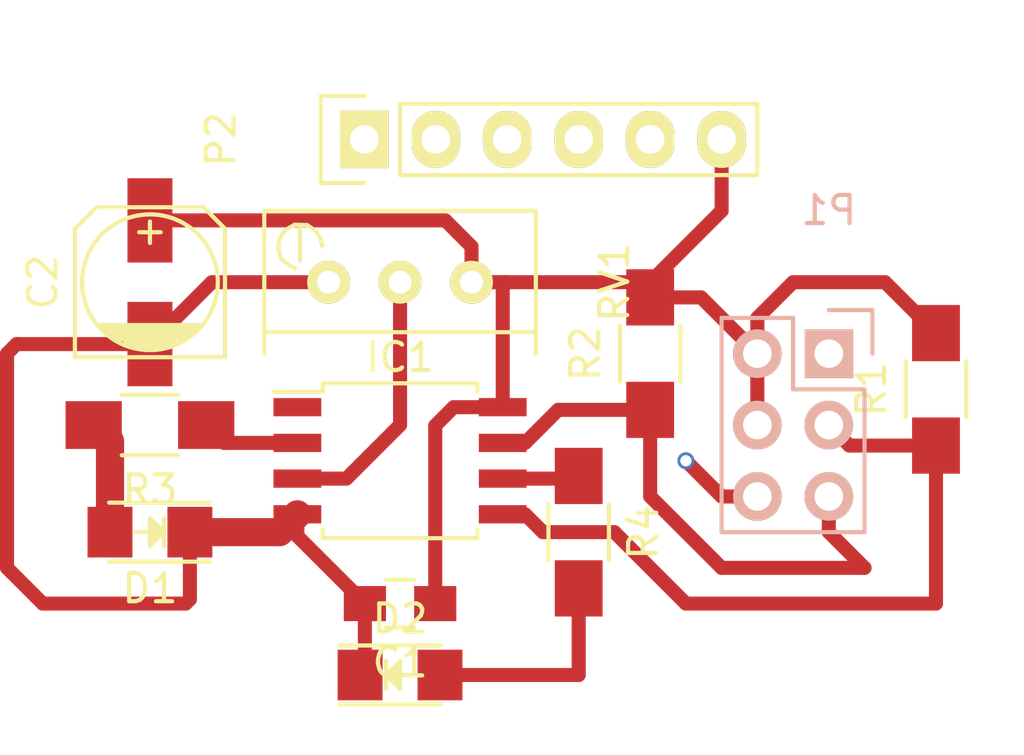
<source format=kicad_pcb>
(kicad_pcb (version 4) (host pcbnew 4.0.1+dfsg1-stable)

  (general
    (links 28)
    (no_connects 6)
    (area 101.149999 24.101666 137.895 51.235)
    (thickness 1.6)
    (drawings 0)
    (tracks 66)
    (zones 0)
    (modules 12)
    (nets 12)
  )

  (page A4)
  (layers
    (0 F.Cu signal)
    (31 B.Cu signal)
    (32 B.Adhes user)
    (33 F.Adhes user)
    (34 B.Paste user)
    (35 F.Paste user)
    (36 B.SilkS user)
    (37 F.SilkS user)
    (38 B.Mask user)
    (39 F.Mask user)
    (40 Dwgs.User user)
    (41 Cmts.User user)
    (42 Eco1.User user)
    (43 Eco2.User user)
    (44 Edge.Cuts user)
    (45 Margin user)
    (46 B.CrtYd user)
    (47 F.CrtYd user)
    (48 B.Fab user)
    (49 F.Fab user)
  )

  (setup
    (last_trace_width 0.5)
    (trace_clearance 0.2)
    (zone_clearance 0.508)
    (zone_45_only no)
    (trace_min 0.2)
    (segment_width 0.2)
    (edge_width 0.15)
    (via_size 0.6)
    (via_drill 0.4)
    (via_min_size 0.4)
    (via_min_drill 0.3)
    (uvia_size 0.3)
    (uvia_drill 0.1)
    (uvias_allowed no)
    (uvia_min_size 0.2)
    (uvia_min_drill 0.1)
    (pcb_text_width 0.3)
    (pcb_text_size 1.5 1.5)
    (mod_edge_width 0.15)
    (mod_text_size 1 1)
    (mod_text_width 0.15)
    (pad_size 2 2)
    (pad_drill 0.8)
    (pad_to_mask_clearance 0.2)
    (aux_axis_origin 0 0)
    (visible_elements FFFFFF7F)
    (pcbplotparams
      (layerselection 0x00000_00000001)
      (usegerberextensions false)
      (excludeedgelayer true)
      (linewidth 0.100000)
      (plotframeref false)
      (viasonmask false)
      (mode 1)
      (useauxorigin false)
      (hpglpennumber 1)
      (hpglpenspeed 20)
      (hpglpendiameter 15)
      (hpglpenoverlay 2)
      (psnegative false)
      (psa4output false)
      (plotreference false)
      (plotvalue false)
      (plotinvisibletext false)
      (padsonsilk false)
      (subtractmaskfromsilk false)
      (outputformat 2)
      (mirror false)
      (drillshape 2)
      (scaleselection 1)
      (outputdirectory /tmp/))
  )

  (net 0 "")
  (net 1 +5V)
  (net 2 GND)
  (net 3 "Net-(D1-Pad2)")
  (net 4 "Net-(D2-Pad2)")
  (net 5 I2C_SDA)
  (net 6 I2C_SCL)
  (net 7 LED1)
  (net 8 LED2)
  (net 9 VREG)
  (net 10 PRG_RST)
  (net 11 "Net-(P1-Pad1)")

  (net_class Default "This is the default net class."
    (clearance 0.2)
    (trace_width 0.5)
    (via_dia 0.6)
    (via_drill 0.4)
    (uvia_dia 0.3)
    (uvia_drill 0.1)
    (add_net +5V)
    (add_net GND)
    (add_net I2C_SCL)
    (add_net I2C_SDA)
    (add_net LED1)
    (add_net LED2)
    (add_net "Net-(D1-Pad2)")
    (add_net "Net-(D2-Pad2)")
    (add_net "Net-(P1-Pad1)")
    (add_net PRG_RST)
    (add_net VREG)
  )

  (module Capacitors_SMD:c_elec_5x5.8 (layer F.Cu) (tedit 55725D48) (tstamp 5AA44DD6)
    (at 106.68 34.29 90)
    (descr "SMT capacitor, aluminium electrolytic, 5x5.8")
    (path /5A9C1294)
    (attr smd)
    (fp_text reference C2 (at 0 -3.81 90) (layer F.SilkS)
      (effects (font (size 1 1) (thickness 0.15)))
    )
    (fp_text value CP_Small (at 0 3.81 90) (layer F.Fab)
      (effects (font (size 1 1) (thickness 0.15)))
    )
    (fp_line (start -3.95 -3) (end 3.95 -3) (layer F.CrtYd) (width 0.05))
    (fp_line (start 3.95 -3) (end 3.95 3) (layer F.CrtYd) (width 0.05))
    (fp_line (start 3.95 3) (end -3.95 3) (layer F.CrtYd) (width 0.05))
    (fp_line (start -3.95 3) (end -3.95 -3) (layer F.CrtYd) (width 0.05))
    (fp_line (start -2.286 -0.635) (end -2.286 0.762) (layer F.SilkS) (width 0.15))
    (fp_line (start -2.159 -0.889) (end -2.159 0.889) (layer F.SilkS) (width 0.15))
    (fp_line (start -2.032 -1.27) (end -2.032 1.27) (layer F.SilkS) (width 0.15))
    (fp_line (start -1.905 1.397) (end -1.905 -1.397) (layer F.SilkS) (width 0.15))
    (fp_line (start -1.778 -1.524) (end -1.778 1.524) (layer F.SilkS) (width 0.15))
    (fp_line (start -1.651 1.651) (end -1.651 -1.651) (layer F.SilkS) (width 0.15))
    (fp_line (start -1.524 -1.778) (end -1.524 1.778) (layer F.SilkS) (width 0.15))
    (fp_line (start -2.667 -2.667) (end 1.905 -2.667) (layer F.SilkS) (width 0.15))
    (fp_line (start 1.905 -2.667) (end 2.667 -1.905) (layer F.SilkS) (width 0.15))
    (fp_line (start 2.667 -1.905) (end 2.667 1.905) (layer F.SilkS) (width 0.15))
    (fp_line (start 2.667 1.905) (end 1.905 2.667) (layer F.SilkS) (width 0.15))
    (fp_line (start 1.905 2.667) (end -2.667 2.667) (layer F.SilkS) (width 0.15))
    (fp_line (start -2.667 2.667) (end -2.667 -2.667) (layer F.SilkS) (width 0.15))
    (fp_line (start 2.159 0) (end 1.397 0) (layer F.SilkS) (width 0.15))
    (fp_line (start 1.778 -0.381) (end 1.778 0.381) (layer F.SilkS) (width 0.15))
    (fp_circle (center 0 0) (end -2.413 0) (layer F.SilkS) (width 0.15))
    (pad 1 smd rect (at 2.19964 0 90) (size 2.99974 1.6002) (layers F.Cu F.Paste F.Mask)
      (net 1 +5V))
    (pad 2 smd rect (at -2.19964 0 90) (size 2.99974 1.6002) (layers F.Cu F.Paste F.Mask)
      (net 2 GND))
    (model Capacitors_SMD.3dshapes/c_elec_5x5.8.wrl
      (at (xyz 0 0 0))
      (scale (xyz 1 1 1))
      (rotate (xyz 0 0 0))
    )
  )

  (module Capacitors_SMD:C_0805_HandSoldering (layer F.Cu) (tedit 541A9B8D) (tstamp 5A9C3145)
    (at 115.57 45.72 180)
    (descr "Capacitor SMD 0805, hand soldering")
    (tags "capacitor 0805")
    (path /5A9C009B)
    (attr smd)
    (fp_text reference C1 (at 0 -2.1 180) (layer F.SilkS)
      (effects (font (size 1 1) (thickness 0.15)))
    )
    (fp_text value C_Small (at 0 2.1 180) (layer F.Fab)
      (effects (font (size 1 1) (thickness 0.15)))
    )
    (fp_line (start -2.3 -1) (end 2.3 -1) (layer F.CrtYd) (width 0.05))
    (fp_line (start -2.3 1) (end 2.3 1) (layer F.CrtYd) (width 0.05))
    (fp_line (start -2.3 -1) (end -2.3 1) (layer F.CrtYd) (width 0.05))
    (fp_line (start 2.3 -1) (end 2.3 1) (layer F.CrtYd) (width 0.05))
    (fp_line (start 0.5 -0.85) (end -0.5 -0.85) (layer F.SilkS) (width 0.15))
    (fp_line (start -0.5 0.85) (end 0.5 0.85) (layer F.SilkS) (width 0.15))
    (pad 1 smd rect (at -1.25 0 180) (size 1.5 1.25) (layers F.Cu F.Paste F.Mask)
      (net 1 +5V))
    (pad 2 smd rect (at 1.25 0 180) (size 1.5 1.25) (layers F.Cu F.Paste F.Mask)
      (net 2 GND))
    (model Capacitors_SMD.3dshapes/C_0805_HandSoldering.wrl
      (at (xyz 0 0 0))
      (scale (xyz 1 1 1))
      (rotate (xyz 0 0 0))
    )
  )

  (module LEDs:LED-1206 (layer F.Cu) (tedit 55BDE2E8) (tstamp 5A9C315B)
    (at 106.68 43.18 180)
    (descr "LED 1206 smd package")
    (tags "LED1206 SMD")
    (path /5A9C0AF0)
    (attr smd)
    (fp_text reference D1 (at 0 -2 180) (layer F.SilkS)
      (effects (font (size 1 1) (thickness 0.15)))
    )
    (fp_text value Led_Small (at 0 2 180) (layer F.Fab)
      (effects (font (size 1 1) (thickness 0.15)))
    )
    (fp_line (start -2.15 1.05) (end 1.45 1.05) (layer F.SilkS) (width 0.15))
    (fp_line (start -2.15 -1.05) (end 1.45 -1.05) (layer F.SilkS) (width 0.15))
    (fp_line (start -0.1 -0.3) (end -0.1 0.3) (layer F.SilkS) (width 0.15))
    (fp_line (start -0.1 0.3) (end -0.4 0) (layer F.SilkS) (width 0.15))
    (fp_line (start -0.4 0) (end -0.2 -0.2) (layer F.SilkS) (width 0.15))
    (fp_line (start -0.2 -0.2) (end -0.2 0.05) (layer F.SilkS) (width 0.15))
    (fp_line (start -0.2 0.05) (end -0.25 0) (layer F.SilkS) (width 0.15))
    (fp_line (start -0.5 -0.5) (end -0.5 0.5) (layer F.SilkS) (width 0.15))
    (fp_line (start 0 0) (end 0.5 0) (layer F.SilkS) (width 0.15))
    (fp_line (start -0.5 0) (end 0 -0.5) (layer F.SilkS) (width 0.15))
    (fp_line (start 0 -0.5) (end 0 0.5) (layer F.SilkS) (width 0.15))
    (fp_line (start 0 0.5) (end -0.5 0) (layer F.SilkS) (width 0.15))
    (fp_line (start 2.5 -1.25) (end -2.5 -1.25) (layer F.CrtYd) (width 0.05))
    (fp_line (start -2.5 -1.25) (end -2.5 1.25) (layer F.CrtYd) (width 0.05))
    (fp_line (start -2.5 1.25) (end 2.5 1.25) (layer F.CrtYd) (width 0.05))
    (fp_line (start 2.5 1.25) (end 2.5 -1.25) (layer F.CrtYd) (width 0.05))
    (pad 2 smd rect (at 1.41986 0) (size 1.59766 1.80086) (layers F.Cu F.Paste F.Mask)
      (net 3 "Net-(D1-Pad2)"))
    (pad 1 smd rect (at -1.41986 0) (size 1.59766 1.80086) (layers F.Cu F.Paste F.Mask)
      (net 2 GND))
  )

  (module LEDs:LED-1206 (layer F.Cu) (tedit 55BDE2E8) (tstamp 5A9C3171)
    (at 115.57 48.26)
    (descr "LED 1206 smd package")
    (tags "LED1206 SMD")
    (path /5A9C106E)
    (attr smd)
    (fp_text reference D2 (at 0 -2) (layer F.SilkS)
      (effects (font (size 1 1) (thickness 0.15)))
    )
    (fp_text value Led_Small (at 0 2) (layer F.Fab)
      (effects (font (size 1 1) (thickness 0.15)))
    )
    (fp_line (start -2.15 1.05) (end 1.45 1.05) (layer F.SilkS) (width 0.15))
    (fp_line (start -2.15 -1.05) (end 1.45 -1.05) (layer F.SilkS) (width 0.15))
    (fp_line (start -0.1 -0.3) (end -0.1 0.3) (layer F.SilkS) (width 0.15))
    (fp_line (start -0.1 0.3) (end -0.4 0) (layer F.SilkS) (width 0.15))
    (fp_line (start -0.4 0) (end -0.2 -0.2) (layer F.SilkS) (width 0.15))
    (fp_line (start -0.2 -0.2) (end -0.2 0.05) (layer F.SilkS) (width 0.15))
    (fp_line (start -0.2 0.05) (end -0.25 0) (layer F.SilkS) (width 0.15))
    (fp_line (start -0.5 -0.5) (end -0.5 0.5) (layer F.SilkS) (width 0.15))
    (fp_line (start 0 0) (end 0.5 0) (layer F.SilkS) (width 0.15))
    (fp_line (start -0.5 0) (end 0 -0.5) (layer F.SilkS) (width 0.15))
    (fp_line (start 0 -0.5) (end 0 0.5) (layer F.SilkS) (width 0.15))
    (fp_line (start 0 0.5) (end -0.5 0) (layer F.SilkS) (width 0.15))
    (fp_line (start 2.5 -1.25) (end -2.5 -1.25) (layer F.CrtYd) (width 0.05))
    (fp_line (start -2.5 -1.25) (end -2.5 1.25) (layer F.CrtYd) (width 0.05))
    (fp_line (start -2.5 1.25) (end 2.5 1.25) (layer F.CrtYd) (width 0.05))
    (fp_line (start 2.5 1.25) (end 2.5 -1.25) (layer F.CrtYd) (width 0.05))
    (pad 2 smd rect (at 1.41986 0 180) (size 1.59766 1.80086) (layers F.Cu F.Paste F.Mask)
      (net 4 "Net-(D2-Pad2)"))
    (pad 1 smd rect (at -1.41986 0 180) (size 1.59766 1.80086) (layers F.Cu F.Paste F.Mask)
      (net 2 GND))
  )

  (module Resistors_SMD:R_1206_HandSoldering (layer F.Cu) (tedit 5418A20D) (tstamp 5A9C317D)
    (at 134.62 38.1 90)
    (descr "Resistor SMD 1206, hand soldering")
    (tags "resistor 1206")
    (path /5A9C022C)
    (attr smd)
    (fp_text reference R1 (at 0 -2.3 90) (layer F.SilkS)
      (effects (font (size 1 1) (thickness 0.15)))
    )
    (fp_text value R (at 0 2.3 90) (layer F.Fab)
      (effects (font (size 1 1) (thickness 0.15)))
    )
    (fp_line (start -3.3 -1.2) (end 3.3 -1.2) (layer F.CrtYd) (width 0.05))
    (fp_line (start -3.3 1.2) (end 3.3 1.2) (layer F.CrtYd) (width 0.05))
    (fp_line (start -3.3 -1.2) (end -3.3 1.2) (layer F.CrtYd) (width 0.05))
    (fp_line (start 3.3 -1.2) (end 3.3 1.2) (layer F.CrtYd) (width 0.05))
    (fp_line (start 1 1.075) (end -1 1.075) (layer F.SilkS) (width 0.15))
    (fp_line (start -1 -1.075) (end 1 -1.075) (layer F.SilkS) (width 0.15))
    (pad 1 smd rect (at -2 0 90) (size 2 1.7) (layers F.Cu F.Paste F.Mask)
      (net 5 I2C_SDA))
    (pad 2 smd rect (at 2 0 90) (size 2 1.7) (layers F.Cu F.Paste F.Mask)
      (net 1 +5V))
    (model Resistors_SMD.3dshapes/R_1206_HandSoldering.wrl
      (at (xyz 0 0 0))
      (scale (xyz 1 1 1))
      (rotate (xyz 0 0 0))
    )
  )

  (module Resistors_SMD:R_1206_HandSoldering (layer F.Cu) (tedit 5418A20D) (tstamp 5A9C3189)
    (at 124.46 36.83 90)
    (descr "Resistor SMD 1206, hand soldering")
    (tags "resistor 1206")
    (path /5A9C02B2)
    (attr smd)
    (fp_text reference R2 (at 0 -2.3 90) (layer F.SilkS)
      (effects (font (size 1 1) (thickness 0.15)))
    )
    (fp_text value R (at 0 2.3 90) (layer F.Fab)
      (effects (font (size 1 1) (thickness 0.15)))
    )
    (fp_line (start -3.3 -1.2) (end 3.3 -1.2) (layer F.CrtYd) (width 0.05))
    (fp_line (start -3.3 1.2) (end 3.3 1.2) (layer F.CrtYd) (width 0.05))
    (fp_line (start -3.3 -1.2) (end -3.3 1.2) (layer F.CrtYd) (width 0.05))
    (fp_line (start 3.3 -1.2) (end 3.3 1.2) (layer F.CrtYd) (width 0.05))
    (fp_line (start 1 1.075) (end -1 1.075) (layer F.SilkS) (width 0.15))
    (fp_line (start -1 -1.075) (end 1 -1.075) (layer F.SilkS) (width 0.15))
    (pad 1 smd rect (at -2 0 90) (size 2 1.7) (layers F.Cu F.Paste F.Mask)
      (net 6 I2C_SCL))
    (pad 2 smd rect (at 2 0 90) (size 2 1.7) (layers F.Cu F.Paste F.Mask)
      (net 1 +5V))
    (model Resistors_SMD.3dshapes/R_1206_HandSoldering.wrl
      (at (xyz 0 0 0))
      (scale (xyz 1 1 1))
      (rotate (xyz 0 0 0))
    )
  )

  (module Resistors_SMD:R_1206_HandSoldering (layer F.Cu) (tedit 5418A20D) (tstamp 5A9C3195)
    (at 106.68 39.37 180)
    (descr "Resistor SMD 1206, hand soldering")
    (tags "resistor 1206")
    (path /5A9C0CAC)
    (attr smd)
    (fp_text reference R3 (at 0 -2.3 180) (layer F.SilkS)
      (effects (font (size 1 1) (thickness 0.15)))
    )
    (fp_text value R (at 0 2.3 180) (layer F.Fab)
      (effects (font (size 1 1) (thickness 0.15)))
    )
    (fp_line (start -3.3 -1.2) (end 3.3 -1.2) (layer F.CrtYd) (width 0.05))
    (fp_line (start -3.3 1.2) (end 3.3 1.2) (layer F.CrtYd) (width 0.05))
    (fp_line (start -3.3 -1.2) (end -3.3 1.2) (layer F.CrtYd) (width 0.05))
    (fp_line (start 3.3 -1.2) (end 3.3 1.2) (layer F.CrtYd) (width 0.05))
    (fp_line (start 1 1.075) (end -1 1.075) (layer F.SilkS) (width 0.15))
    (fp_line (start -1 -1.075) (end 1 -1.075) (layer F.SilkS) (width 0.15))
    (pad 1 smd rect (at -2 0 180) (size 2 1.7) (layers F.Cu F.Paste F.Mask)
      (net 7 LED1))
    (pad 2 smd rect (at 2 0 180) (size 2 1.7) (layers F.Cu F.Paste F.Mask)
      (net 3 "Net-(D1-Pad2)"))
    (model Resistors_SMD.3dshapes/R_1206_HandSoldering.wrl
      (at (xyz 0 0 0))
      (scale (xyz 1 1 1))
      (rotate (xyz 0 0 0))
    )
  )

  (module Resistors_SMD:R_1206_HandSoldering (layer F.Cu) (tedit 5418A20D) (tstamp 5A9C31A1)
    (at 121.92 43.18 270)
    (descr "Resistor SMD 1206, hand soldering")
    (tags "resistor 1206")
    (path /5A9C1074)
    (attr smd)
    (fp_text reference R4 (at 0 -2.3 270) (layer F.SilkS)
      (effects (font (size 1 1) (thickness 0.15)))
    )
    (fp_text value R (at 0 2.3 270) (layer F.Fab)
      (effects (font (size 1 1) (thickness 0.15)))
    )
    (fp_line (start -3.3 -1.2) (end 3.3 -1.2) (layer F.CrtYd) (width 0.05))
    (fp_line (start -3.3 1.2) (end 3.3 1.2) (layer F.CrtYd) (width 0.05))
    (fp_line (start -3.3 -1.2) (end -3.3 1.2) (layer F.CrtYd) (width 0.05))
    (fp_line (start 3.3 -1.2) (end 3.3 1.2) (layer F.CrtYd) (width 0.05))
    (fp_line (start 1 1.075) (end -1 1.075) (layer F.SilkS) (width 0.15))
    (fp_line (start -1 -1.075) (end 1 -1.075) (layer F.SilkS) (width 0.15))
    (pad 1 smd rect (at -2 0 270) (size 2 1.7) (layers F.Cu F.Paste F.Mask)
      (net 8 LED2))
    (pad 2 smd rect (at 2 0 270) (size 2 1.7) (layers F.Cu F.Paste F.Mask)
      (net 4 "Net-(D2-Pad2)"))
    (model Resistors_SMD.3dshapes/R_1206_HandSoldering.wrl
      (at (xyz 0 0 0))
      (scale (xyz 1 1 1))
      (rotate (xyz 0 0 0))
    )
  )

  (module Potentiometers:Potentiometer_Bourns_3296W_3-8Zoll_Inline_ScrewUp (layer F.Cu) (tedit 54130B3D) (tstamp 5A9C31B9)
    (at 113.03 34.29 270)
    (descr "3296, 3/8, Square, Trimpot, Trimming, Potentiometer, Bourns")
    (tags "3296, 3/8, Square, Trimpot, Trimming, Potentiometer, Bourns")
    (path /5A9C10B6)
    (fp_text reference RV1 (at 0 -10.16 270) (layer F.SilkS)
      (effects (font (size 1 1) (thickness 0.15)))
    )
    (fp_text value POT (at 1.27 5.08 270) (layer F.Fab)
      (effects (font (size 1 1) (thickness 0.15)))
    )
    (fp_line (start -2.032 1.016) (end -0.762 1.016) (layer F.SilkS) (width 0.15))
    (fp_line (start -1.2827 0.2286) (end -1.5367 0.2667) (layer F.SilkS) (width 0.15))
    (fp_line (start -1.5367 0.2667) (end -1.8161 0.4445) (layer F.SilkS) (width 0.15))
    (fp_line (start -1.8161 0.4445) (end -2.032 0.762) (layer F.SilkS) (width 0.15))
    (fp_line (start -2.032 0.762) (end -2.0447 1.2065) (layer F.SilkS) (width 0.15))
    (fp_line (start -2.0447 1.2065) (end -1.8415 1.5621) (layer F.SilkS) (width 0.15))
    (fp_line (start -1.8415 1.5621) (end -1.5494 1.7399) (layer F.SilkS) (width 0.15))
    (fp_line (start -1.5494 1.7399) (end -1.2319 1.7907) (layer F.SilkS) (width 0.15))
    (fp_line (start -1.2319 1.7907) (end -0.8255 1.6891) (layer F.SilkS) (width 0.15))
    (fp_line (start -0.8255 1.6891) (end -0.5715 1.3462) (layer F.SilkS) (width 0.15))
    (fp_line (start -0.5715 1.3462) (end -0.4826 1.1684) (layer F.SilkS) (width 0.15))
    (fp_line (start 1.778 -7.366) (end 1.778 2.286) (layer F.SilkS) (width 0.15))
    (fp_line (start -1.27 2.286) (end -2.54 2.286) (layer F.SilkS) (width 0.15))
    (fp_line (start -2.54 2.286) (end -2.54 -7.366) (layer F.SilkS) (width 0.15))
    (fp_line (start -2.54 -7.366) (end 2.54 -7.366) (layer F.SilkS) (width 0.15))
    (fp_line (start 2.54 2.286) (end 0 2.286) (layer F.SilkS) (width 0.15))
    (fp_line (start 0 2.286) (end -1.27 2.286) (layer F.SilkS) (width 0.15))
    (pad 2 thru_hole circle (at 0 -2.54 270) (size 1.524 1.524) (drill 0.8128) (layers *.Cu *.Mask F.SilkS)
      (net 9 VREG))
    (pad 3 thru_hole circle (at 0 -5.08 270) (size 1.524 1.524) (drill 0.8128) (layers *.Cu *.Mask F.SilkS)
      (net 1 +5V))
    (pad 1 thru_hole circle (at 0 0 270) (size 1.524 1.524) (drill 0.8128) (layers *.Cu *.Mask F.SilkS)
      (net 2 GND))
    (model Potentiometers.3dshapes/Potentiometer_Bourns_3296W_3-8Zoll_Inline_ScrewUp.wrl
      (at (xyz 0 0 0))
      (scale (xyz 1 1 1))
      (rotate (xyz 0 0 0))
    )
  )

  (module Housings_SOIC:SOIJ-8_5.3x5.3mm_Pitch1.27mm (layer F.Cu) (tedit 54130A77) (tstamp 5A9D2169)
    (at 115.57 40.64)
    (descr "8-Lead Plastic Small Outline (SM) - Medium, 5.28 mm Body [SOIC] (see Microchip Packaging Specification 00000049BS.pdf)")
    (tags "SOIC 1.27")
    (path /5A9BC3B1)
    (attr smd)
    (fp_text reference IC1 (at 0 -3.68) (layer F.SilkS)
      (effects (font (size 1 1) (thickness 0.15)))
    )
    (fp_text value ATTINY25-S (at 0 3.68) (layer F.Fab)
      (effects (font (size 1 1) (thickness 0.15)))
    )
    (fp_line (start -4.75 -2.95) (end -4.75 2.95) (layer F.CrtYd) (width 0.05))
    (fp_line (start 4.75 -2.95) (end 4.75 2.95) (layer F.CrtYd) (width 0.05))
    (fp_line (start -4.75 -2.95) (end 4.75 -2.95) (layer F.CrtYd) (width 0.05))
    (fp_line (start -4.75 2.95) (end 4.75 2.95) (layer F.CrtYd) (width 0.05))
    (fp_line (start -2.75 -2.755) (end -2.75 -2.455) (layer F.SilkS) (width 0.15))
    (fp_line (start 2.75 -2.755) (end 2.75 -2.455) (layer F.SilkS) (width 0.15))
    (fp_line (start 2.75 2.755) (end 2.75 2.455) (layer F.SilkS) (width 0.15))
    (fp_line (start -2.75 2.755) (end -2.75 2.455) (layer F.SilkS) (width 0.15))
    (fp_line (start -2.75 -2.755) (end 2.75 -2.755) (layer F.SilkS) (width 0.15))
    (fp_line (start -2.75 2.755) (end 2.75 2.755) (layer F.SilkS) (width 0.15))
    (fp_line (start -2.75 -2.455) (end -4.5 -2.455) (layer F.SilkS) (width 0.15))
    (pad 1 smd rect (at -3.65 -1.905) (size 1.7 0.65) (layers F.Cu F.Paste F.Mask)
      (net 10 PRG_RST))
    (pad 2 smd rect (at -3.65 -0.635) (size 1.7 0.65) (layers F.Cu F.Paste F.Mask)
      (net 7 LED1))
    (pad 3 smd rect (at -3.65 0.635) (size 1.7 0.65) (layers F.Cu F.Paste F.Mask)
      (net 9 VREG))
    (pad 4 smd rect (at -3.65 1.905) (size 1.7 0.65) (layers F.Cu F.Paste F.Mask)
      (net 2 GND))
    (pad 5 smd rect (at 3.65 1.905) (size 1.7 0.65) (layers F.Cu F.Paste F.Mask)
      (net 5 I2C_SDA))
    (pad 6 smd rect (at 3.65 0.635) (size 1.7 0.65) (layers F.Cu F.Paste F.Mask)
      (net 8 LED2))
    (pad 7 smd rect (at 3.65 -0.635) (size 1.7 0.65) (layers F.Cu F.Paste F.Mask)
      (net 6 I2C_SCL))
    (pad 8 smd rect (at 3.65 -1.905) (size 1.7 0.65) (layers F.Cu F.Paste F.Mask)
      (net 1 +5V))
    (model Housings_SOIC.3dshapes/SOIJ-8_5.3x5.3mm_Pitch1.27mm.wrl
      (at (xyz 0 0 0))
      (scale (xyz 1 1 1))
      (rotate (xyz 0 0 0))
    )
  )

  (module Pin_Headers:Pin_Header_Straight_2x03 (layer B.Cu) (tedit 54EA0A4B) (tstamp 5A9D2180)
    (at 130.81 36.83 180)
    (descr "Through hole pin header")
    (tags "pin header")
    (path /5A9C144E)
    (fp_text reference P1 (at 0 5.1 180) (layer B.SilkS)
      (effects (font (size 1 1) (thickness 0.15)) (justify mirror))
    )
    (fp_text value CONN_02X03 (at 0 3.1 180) (layer B.Fab)
      (effects (font (size 1 1) (thickness 0.15)) (justify mirror))
    )
    (fp_line (start -1.27 -1.27) (end -1.27 -6.35) (layer B.SilkS) (width 0.15))
    (fp_line (start -1.55 1.55) (end 0 1.55) (layer B.SilkS) (width 0.15))
    (fp_line (start -1.75 1.75) (end -1.75 -6.85) (layer B.CrtYd) (width 0.05))
    (fp_line (start 4.3 1.75) (end 4.3 -6.85) (layer B.CrtYd) (width 0.05))
    (fp_line (start -1.75 1.75) (end 4.3 1.75) (layer B.CrtYd) (width 0.05))
    (fp_line (start -1.75 -6.85) (end 4.3 -6.85) (layer B.CrtYd) (width 0.05))
    (fp_line (start 1.27 1.27) (end 1.27 -1.27) (layer B.SilkS) (width 0.15))
    (fp_line (start 1.27 -1.27) (end -1.27 -1.27) (layer B.SilkS) (width 0.15))
    (fp_line (start -1.27 -6.35) (end 3.81 -6.35) (layer B.SilkS) (width 0.15))
    (fp_line (start 3.81 -6.35) (end 3.81 -1.27) (layer B.SilkS) (width 0.15))
    (fp_line (start -1.55 1.55) (end -1.55 0) (layer B.SilkS) (width 0.15))
    (fp_line (start 3.81 1.27) (end 1.27 1.27) (layer B.SilkS) (width 0.15))
    (fp_line (start 3.81 -1.27) (end 3.81 1.27) (layer B.SilkS) (width 0.15))
    (pad 1 thru_hole rect (at 0 0 180) (size 1.7272 1.7272) (drill 1.016) (layers *.Cu *.Mask B.SilkS)
      (net 11 "Net-(P1-Pad1)"))
    (pad 2 thru_hole oval (at 2.54 0 180) (size 1.7272 1.7272) (drill 1.016) (layers *.Cu *.Mask B.SilkS)
      (net 1 +5V))
    (pad 3 thru_hole oval (at 0 -2.54 180) (size 1.7272 1.7272) (drill 1.016) (layers *.Cu *.Mask B.SilkS)
      (net 5 I2C_SDA))
    (pad 4 thru_hole oval (at 2.54 -2.54 180) (size 1.7272 1.7272) (drill 1.016) (layers *.Cu *.Mask B.SilkS)
      (net 1 +5V))
    (pad 5 thru_hole oval (at 0 -5.08 180) (size 1.7272 1.7272) (drill 1.016) (layers *.Cu *.Mask B.SilkS)
      (net 6 I2C_SCL))
    (pad 6 thru_hole oval (at 2.54 -5.08 180) (size 1.7272 1.7272) (drill 1.016) (layers *.Cu *.Mask B.SilkS)
      (net 2 GND))
    (model Pin_Headers.3dshapes/Pin_Header_Straight_2x03.wrl
      (at (xyz 0.05 -0.1 0))
      (scale (xyz 1 1 1))
      (rotate (xyz 0 0 90))
    )
  )

  (module Pin_Headers:Pin_Header_Straight_1x06 (layer F.Cu) (tedit 0) (tstamp 5A9D2195)
    (at 114.3 29.21 90)
    (descr "Through hole pin header")
    (tags "pin header")
    (path /5A9C2215)
    (fp_text reference P2 (at 0 -5.1 90) (layer F.SilkS)
      (effects (font (size 1 1) (thickness 0.15)))
    )
    (fp_text value CONN_01X06 (at 0 -3.1 90) (layer F.Fab)
      (effects (font (size 1 1) (thickness 0.15)))
    )
    (fp_line (start -1.75 -1.75) (end -1.75 14.45) (layer F.CrtYd) (width 0.05))
    (fp_line (start 1.75 -1.75) (end 1.75 14.45) (layer F.CrtYd) (width 0.05))
    (fp_line (start -1.75 -1.75) (end 1.75 -1.75) (layer F.CrtYd) (width 0.05))
    (fp_line (start -1.75 14.45) (end 1.75 14.45) (layer F.CrtYd) (width 0.05))
    (fp_line (start 1.27 1.27) (end 1.27 13.97) (layer F.SilkS) (width 0.15))
    (fp_line (start 1.27 13.97) (end -1.27 13.97) (layer F.SilkS) (width 0.15))
    (fp_line (start -1.27 13.97) (end -1.27 1.27) (layer F.SilkS) (width 0.15))
    (fp_line (start 1.55 -1.55) (end 1.55 0) (layer F.SilkS) (width 0.15))
    (fp_line (start 1.27 1.27) (end -1.27 1.27) (layer F.SilkS) (width 0.15))
    (fp_line (start -1.55 0) (end -1.55 -1.55) (layer F.SilkS) (width 0.15))
    (fp_line (start -1.55 -1.55) (end 1.55 -1.55) (layer F.SilkS) (width 0.15))
    (pad 1 thru_hole rect (at 0 0 90) (size 2.032 1.7272) (drill 1.016) (layers *.Cu *.Mask F.SilkS)
      (net 10 PRG_RST))
    (pad 2 thru_hole oval (at 0 2.54 90) (size 2.032 1.7272) (drill 1.016) (layers *.Cu *.Mask F.SilkS)
      (net 6 I2C_SCL))
    (pad 3 thru_hole oval (at 0 5.08 90) (size 2.032 1.7272) (drill 1.016) (layers *.Cu *.Mask F.SilkS)
      (net 8 LED2))
    (pad 4 thru_hole oval (at 0 7.62 90) (size 2.032 1.7272) (drill 1.016) (layers *.Cu *.Mask F.SilkS)
      (net 5 I2C_SDA))
    (pad 5 thru_hole oval (at 0 10.16 90) (size 2.032 1.7272) (drill 1.016) (layers *.Cu *.Mask F.SilkS)
      (net 2 GND))
    (pad 6 thru_hole oval (at 0 12.7 90) (size 2.032 1.7272) (drill 1.016) (layers *.Cu *.Mask F.SilkS)
      (net 1 +5V))
    (model Pin_Headers.3dshapes/Pin_Header_Straight_1x06.wrl
      (at (xyz 0 -0.25 0))
      (scale (xyz 1 1 1))
      (rotate (xyz 0 0 90))
    )
  )

  (segment (start 118.11 34.29) (end 118.11 33.02) (width 0.5) (layer F.Cu) (net 1))
  (segment (start 117.18036 32.09036) (end 106.68 32.09036) (width 0.5) (layer F.Cu) (net 1) (tstamp 5AA44ECC))
  (segment (start 118.11 33.02) (end 117.18036 32.09036) (width 0.5) (layer F.Cu) (net 1) (tstamp 5AA44ECB))
  (segment (start 118.11 34.29) (end 119.38 34.29) (width 0.5) (layer F.Cu) (net 1))
  (segment (start 119.22 34.45) (end 119.22 38.735) (width 0.5) (layer F.Cu) (net 1) (tstamp 5AA44E70))
  (segment (start 119.38 34.29) (end 119.22 34.45) (width 0.5) (layer F.Cu) (net 1) (tstamp 5AA44E6F))
  (segment (start 128.27 36.83) (end 128.27 35.56) (width 0.5) (layer F.Cu) (net 1))
  (segment (start 132.81 34.29) (end 134.62 36.1) (width 0.5) (layer F.Cu) (net 1) (tstamp 5AA44E6C))
  (segment (start 129.54 34.29) (end 132.81 34.29) (width 0.5) (layer F.Cu) (net 1) (tstamp 5AA44E6B))
  (segment (start 128.27 35.56) (end 129.54 34.29) (width 0.5) (layer F.Cu) (net 1) (tstamp 5AA44E6A))
  (segment (start 124.46 34.83) (end 124.46 34.29) (width 0.5) (layer F.Cu) (net 1))
  (segment (start 124.46 34.29) (end 127 31.75) (width 0.5) (layer F.Cu) (net 1) (tstamp 5AA44E65))
  (segment (start 127 31.75) (end 127 29.21) (width 0.5) (layer F.Cu) (net 1) (tstamp 5AA44E66))
  (segment (start 124.46 34.83) (end 126.27 34.83) (width 0.5) (layer F.Cu) (net 1))
  (segment (start 126.27 34.83) (end 128.27 36.83) (width 0.5) (layer F.Cu) (net 1) (tstamp 5AA44E62))
  (segment (start 118.11 34.29) (end 123.92 34.29) (width 0.5) (layer F.Cu) (net 1))
  (segment (start 123.92 34.29) (end 124.46 34.83) (width 0.5) (layer F.Cu) (net 1) (tstamp 5AA44E5F))
  (segment (start 128.27 36.83) (end 128.27 39.37) (width 0.5) (layer F.Cu) (net 1))
  (segment (start 116.82 45.72) (end 116.82 39.39) (width 0.5) (layer F.Cu) (net 1))
  (segment (start 116.82 39.39) (end 117.475 38.735) (width 0.5) (layer F.Cu) (net 1) (tstamp 5AA44DDD))
  (segment (start 117.475 38.735) (end 119.22 38.735) (width 0.5) (layer F.Cu) (net 1) (tstamp 5AA44DDE))
  (via (at 125.73 40.64) (size 0.6) (drill 0.4) (layers F.Cu B.Cu) (net 2))
  (segment (start 125.73 40.64) (end 127 41.91) (width 0.5) (layer F.Cu) (net 2) (tstamp 5AD5F222))
  (segment (start 127 41.91) (end 128.27 41.91) (width 0.5) (layer F.Cu) (net 2) (status 800000))
  (segment (start 106.68 36.48964) (end 101.94036 36.48964) (width 0.5) (layer F.Cu) (net 2))
  (segment (start 108.09986 45.57014) (end 108.09986 43.18) (width 0.5) (layer F.Cu) (net 2) (tstamp 5AA44EDA))
  (segment (start 107.95 45.72) (end 108.09986 45.57014) (width 0.5) (layer F.Cu) (net 2) (tstamp 5AA44ED9))
  (segment (start 102.87 45.72) (end 107.95 45.72) (width 0.5) (layer F.Cu) (net 2) (tstamp 5AA44ED8))
  (segment (start 101.6 44.45) (end 102.87 45.72) (width 0.5) (layer F.Cu) (net 2) (tstamp 5AA44ED7))
  (segment (start 101.6 36.83) (end 101.6 44.45) (width 0.5) (layer F.Cu) (net 2) (tstamp 5AA44ED6))
  (segment (start 101.94036 36.48964) (end 101.6 36.83) (width 0.5) (layer F.Cu) (net 2) (tstamp 5AA44ED5))
  (segment (start 113.03 34.29) (end 108.87964 34.29) (width 0.5) (layer F.Cu) (net 2))
  (segment (start 108.87964 34.29) (end 106.68 36.48964) (width 0.5) (layer F.Cu) (net 2) (tstamp 5AA44ECF))
  (segment (start 111.92 42.545) (end 111.92 43.32) (width 0.5) (layer F.Cu) (net 2))
  (segment (start 111.92 43.32) (end 114.32 45.72) (width 0.5) (layer F.Cu) (net 2) (tstamp 5AA44DE5))
  (segment (start 114.32 45.72) (end 114.32 48.09014) (width 0.5) (layer F.Cu) (net 2))
  (segment (start 114.32 48.09014) (end 114.15014 48.26) (width 0.5) (layer F.Cu) (net 2) (tstamp 5AA44DE2))
  (segment (start 108.09986 43.18) (end 111.285 43.18) (width 1) (layer F.Cu) (net 2))
  (segment (start 111.285 43.18) (end 111.92 42.545) (width 1) (layer F.Cu) (net 2) (tstamp 5AA3E856))
  (segment (start 105.26014 43.18) (end 105.26014 39.95014) (width 1) (layer F.Cu) (net 3))
  (segment (start 105.26014 39.95014) (end 104.68 39.37) (width 1) (layer F.Cu) (net 3) (tstamp 5AA3E84C))
  (segment (start 116.98986 48.26) (end 121.92 48.26) (width 0.5) (layer F.Cu) (net 4) (status 400000))
  (segment (start 121.92 48.26) (end 121.92 45.18) (width 0.5) (layer F.Cu) (net 4) (tstamp 5AD5F0BA) (status 800000))
  (segment (start 134.62 40.1) (end 131.54 40.1) (width 0.5) (layer F.Cu) (net 5))
  (segment (start 131.54 40.1) (end 130.81 39.37) (width 0.5) (layer F.Cu) (net 5) (tstamp 5AA44E5C))
  (segment (start 134.62 40.1) (end 134.62 45.72) (width 0.5) (layer F.Cu) (net 5))
  (segment (start 120.65 43.18) (end 123.19 43.18) (width 0.5) (layer F.Cu) (net 5) (tstamp 5AA44E4B))
  (segment (start 123.19 43.18) (end 125.73 45.72) (width 0.5) (layer F.Cu) (net 5) (tstamp 5AA44E4C))
  (segment (start 125.73 45.72) (end 134.62 45.72) (width 0.5) (layer F.Cu) (net 5) (tstamp 5AA44E4E))
  (segment (start 120.65 43.18) (end 120.015 42.545) (width 0.5) (layer F.Cu) (net 5) (tstamp 5AA44E4A))
  (segment (start 119.22 42.545) (end 120.015 42.545) (width 0.5) (layer F.Cu) (net 5))
  (segment (start 124.46 38.83) (end 124.46 41.91) (width 0.5) (layer F.Cu) (net 6))
  (segment (start 130.81 43.18) (end 130.81 41.91) (width 0.5) (layer F.Cu) (net 6) (tstamp 5AA44E59))
  (segment (start 132.08 44.45) (end 130.81 43.18) (width 0.5) (layer F.Cu) (net 6) (tstamp 5AA44E58))
  (segment (start 127 44.45) (end 132.08 44.45) (width 0.5) (layer F.Cu) (net 6) (tstamp 5AA44E56))
  (segment (start 124.46 41.91) (end 127 44.45) (width 0.5) (layer F.Cu) (net 6) (tstamp 5AA44E54))
  (segment (start 119.22 40.005) (end 120.015 40.005) (width 0.5) (layer F.Cu) (net 6))
  (segment (start 120.015 40.005) (end 121.19 38.83) (width 0.5) (layer F.Cu) (net 6) (tstamp 5AA44E42))
  (segment (start 121.19 38.83) (end 124.46 38.83) (width 0.5) (layer F.Cu) (net 6) (tstamp 5AA44E43))
  (segment (start 111.92 40.005) (end 109.315 40.005) (width 0.5) (layer F.Cu) (net 7))
  (segment (start 109.315 40.005) (end 108.68 39.37) (width 0.5) (layer F.Cu) (net 7) (tstamp 5AA3E889))
  (segment (start 119.22 41.275) (end 121.825 41.275) (width 0.5) (layer F.Cu) (net 8))
  (segment (start 121.825 41.275) (end 121.92 41.18) (width 0.5) (layer F.Cu) (net 8) (tstamp 5AA44E46))
  (segment (start 111.92 41.275) (end 113.665 41.275) (width 0.5) (layer F.Cu) (net 9))
  (segment (start 115.57 39.37) (end 115.57 34.29) (width 0.5) (layer F.Cu) (net 9) (tstamp 5AA3E89B))
  (segment (start 113.665 41.275) (end 115.57 39.37) (width 0.5) (layer F.Cu) (net 9) (tstamp 5AA3E895))

)

</source>
